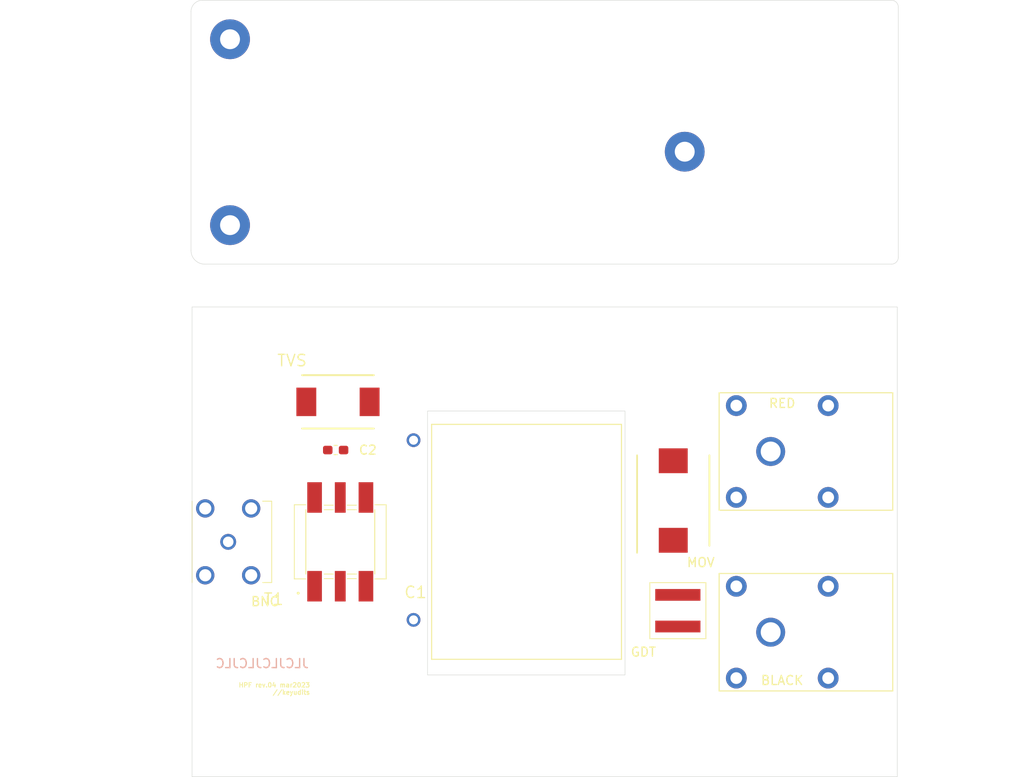
<source format=kicad_pcb>
(kicad_pcb (version 20211014) (generator pcbnew)
  (layers (0 "F.Cu" signal) (31 "B.Cu" signal) (34 "B.Paste" user) (35 "F.Paste" user) (36 "B.SilkS" user "B.Silkscreen") (37 "F.SilkS" user "F.Silkscreen") (38 "B.Mask" user) (39 "F.Mask" user) (44 "Edge.Cuts" user))
  (net 0 "")
  (net 1 "Net-(C1-Pad2)")
  (net 2 "Net-(C1-Pad1)")
  (net 3 "Net-(C2-Pad2)")
  (net 4 "Net-(C2-Pad1)")
  (net 5 "Net-(RV1-Pad1)")
  (net 6 "Net-(T1-Pad5)")
  (net 7 "Net-(T1-Pad2)")
  (net 8 "Net-(J2_BLACK1-Pad1)")
  (footprint "Capacitor_SMD:C_0603_1608Metric_Pad1.05x0.95mm_HandSolder" (layer "F.Cu") (at 122.682 94.742 180)
    (fp_text reference "C2" (at -3.556 0 180) (layer "F.SilkS"))
    (fp_text value "220pF")
    (fp_line (start -0.171267 0.51) (end 0.171267 0.51) (layer "F.SilkS") (width 0.12))
    (fp_line (start -0.171267 -0.51) (end 0.171267 -0.51) (layer "F.SilkS") (width 0.12))
    (pad "1" smd roundrect locked (at -0.875 0 180) (size 1.05 0.95) (layers "F.Cu" "F.Paste" "F.Mask") (net 4 "Net-(C2-Pad1)"))
    (pad "2" smd roundrect locked (at 0.875 0 180) (size 1.05 0.95) (layers "F.Cu" "F.Paste" "F.Mask") (net 3 "Net-(C2-Pad2)"))
  )
  (footprint "ECQ-UBAF4747K_kicad:ECQ-UBAF474K-3_side" (layer "F.Cu") (at 133.296 104.902 180)
    (fp_text reference "C1" (at 1.778 -5.588 180) (layer "F.SilkS") (effects (font (size 1.27 1.27))))
    (fp_text value "ECQ-UBAF474K" hide)
    (fp_line (start 0 13) (end -21 13) (layer "F.SilkS") (width 0.12))
    (fp_line (start 0 -13) (end -21 -13) (layer "F.SilkS") (width 0.12))
    (fp_line (start -21 13) (end -21 -13) (layer "F.SilkS") (width 0.12))
    (fp_line (start 0 13) (end 0 -13) (layer "F.SilkS") (width 0.12))
    (pad "1" thru_hole circle (at 2 11.25 180) (size 1.524 1.524) (drill 1) (layers *.Cu *.Mask) (net 2 "Net-(C1-Pad1)"))
    (pad "2" thru_hole circle (at 2 -8.636 180) (size 1.524 1.524) (drill 1) (layers *.Cu *.Mask) (net 1 "Net-(C1-Pad2)"))
  )
  (footprint "SMCJ5:DIONM7959X262N" (layer "F.Cu") (at 122.936 89.408)
    (fp_text reference "TVS" (at -5.08 -4.572) (layer "F.SilkS") (effects (font (size 1.27 1.27))))
    (fp_text value "SMCJ5.0A" hide)
    (fp_line (start -3.97 2.952) (end 3.97 2.952) (layer "F.SilkS") (width 0.2))
    (fp_line (start 3.97 -2.952) (end -3.97 -2.952) (layer "F.SilkS") (width 0.2))
    (pad "1" smd rect locked (at -3.5 0) (size 2.2 3.15) (layers "F.Cu" "F.Paste" "F.Mask") (net 3 "Net-(C2-Pad2)"))
    (pad "2" smd rect locked (at 3.5 0) (size 2.2 3.15) (layers "F.Cu" "F.Paste" "F.Mask") (net 4 "Net-(C2-Pad1)"))
  )
  (footprint "BNC5-J-P-GN-RA-BH2D_kicad:BNC5JPGNRABH2D" (layer "F.Cu") (at 110.796 104.902 90)
    (fp_text reference "BNC" (at -6.604 4.064) (layer "F.SilkS"))
    (fp_text value "BNC5-J-P-GN-RA-BH2D" hide)
    (fp_line (start 4.5 4.81) (end 4.5 3.81) (layer "F.SilkS") (width 0.1))
    (fp_line (start -4.5 3.81) (end -4.5 4.81) (layer "F.SilkS") (width 0.1))
    (fp_line (start -4.5 -3.99) (end 4.5 -3.99) (layer "F.SilkS") (width 0.1))
    (fp_line (start -4.5 4.81) (end 4.5 4.81) (layer "F.SilkS") (width 0.1))
    (pad "1" thru_hole circle locked (at 0 0 90) (size 1.755 1.755) (drill 1.17) (layers *.Cu *.Mask) (net 3 "Net-(C2-Pad2)"))
    (pad "2" thru_hole circle locked (at -3.7 -2.54 90) (size 2.025 2.025) (drill 1.35) (layers *.Cu *.Mask) (net 4 "Net-(C2-Pad1)"))
    (pad "3" thru_hole circle locked (at -3.7 2.54 90) (size 2.025 2.025) (drill 1.35) (layers *.Cu *.Mask) (net 4 "Net-(C2-Pad1)"))
    (pad "4" thru_hole circle locked (at 3.7 2.54 90) (size 2.025 2.025) (drill 1.35) (layers *.Cu *.Mask) (net 4 "Net-(C2-Pad1)"))
    (pad "5" thru_hole circle locked (at 3.7 -2.54 90) (size 2.025 2.025) (drill 1.35) (layers *.Cu *.Mask) (net 4 "Net-(C2-Pad1)"))
  )
  (footprint "Banana_Jack_Safety_Right_Angle_73099:Banana_Jack_S_RA_73099" (layer "F.Cu") (at 170.796 114.902)
    (fp_text reference "BLACK" (at 1.27 5.334) (layer "F.SilkS"))
    (fp_text value "Conn_01x01")
    (fp_line (start -5.7 -6.5) (end -5.7 6.5) (layer "F.SilkS") (width 0.12))
    (fp_line (start 13.5 -6.5) (end 13.5 6.5) (layer "F.SilkS") (width 0.12))
    (fp_line (start 13.5 -6.5) (end -5.7 -6.5) (layer "F.SilkS") (width 0.12))
    (fp_line (start -5.7 6.5) (end 13.5 6.5) (layer "F.SilkS") (width 0.12))
    (pad "1" thru_hole circle locked (at 0 0) (size 3.2 3.2) (drill 2.2) (layers *.Cu *.Mask) (net 8 "Net-(J2_BLACK1-Pad1)"))
    (pad "2" thru_hole circle locked (at -3.8 5.08) (size 2.3 2.3) (drill 1.3) (layers *.Cu *.Mask))
    (pad "2" thru_hole circle locked (at 6.36 5.08) (size 2.3 2.3) (drill 1.3) (layers *.Cu *.Mask))
    (pad "2" thru_hole circle locked (at 6.36 -5.08) (size 2.3 2.3) (drill 1.3) (layers *.Cu *.Mask))
    (pad "2" thru_hole circle locked (at -3.8 -5.08) (size 2.3 2.3) (drill 1.3) (layers *.Cu *.Mask))
  )
  (footprint "Banana_Jack_Safety_Right_Angle_73099:Banana_Jack_S_RA_73099" (layer "F.Cu") (at 170.796 94.902)
    (fp_text reference "RED" (at 1.27 -5.334) (layer "F.SilkS"))
    (fp_text value "Conn_01x01")
    (fp_line (start 13.5 -6.5) (end -5.7 -6.5) (layer "F.SilkS") (width 0.12))
    (fp_line (start -5.7 6.5) (end 13.5 6.5) (layer "F.SilkS") (width 0.12))
    (fp_line (start -5.7 -6.5) (end -5.7 6.5) (layer "F.SilkS") (width 0.12))
    (fp_line (start 13.5 -6.5) (end 13.5 6.5) (layer "F.SilkS") (width 0.12))
    (pad "1" thru_hole circle locked (at 0 0) (size 3.2 3.2) (drill 2.2) (layers *.Cu *.Mask) (net 2 "Net-(C1-Pad1)"))
    (pad "2" thru_hole circle locked (at 6.36 -5.08) (size 2.3 2.3) (drill 1.3) (layers *.Cu *.Mask))
    (pad "2" thru_hole circle locked (at -3.8 5.08) (size 2.3 2.3) (drill 1.3) (layers *.Cu *.Mask))
    (pad "2" thru_hole circle locked (at 6.36 5.08) (size 2.3 2.3) (drill 1.3) (layers *.Cu *.Mask))
    (pad "2" thru_hole circle locked (at -3.8 -5.08) (size 2.3 2.3) (drill 1.3) (layers *.Cu *.Mask))
  )
  (footprint "VP4032K122R300_kicad:CAPPM10080X500N" (layer "F.Cu") (at 160.02 100.33 90)
    (fp_text reference "MOV" (at -6.858 3.048) (layer "F.SilkS"))
    (fp_text value "VP4032K122R300" hide)
    (fp_line (start -5 4) (end 5 4) (layer "F.SilkS") (width 0.2))
    (fp_line (start 5 -4) (end -5.775 -4) (layer "F.SilkS") (width 0.2))
    (pad "1" smd rect locked (at -4.4 0 90) (size 2.75 3.2) (layers "F.Cu" "F.Paste" "F.Mask") (net 5 "Net-(RV1-Pad1)"))
    (pad "2" smd rect locked (at 4.4 0 90) (size 2.75 3.2) (layers "F.Cu" "F.Paste" "F.Mask") (net 2 "Net-(C1-Pad1)"))
  )
  (footprint "SL1002A600SP_kicad:SL1002A600SP" (layer "F.Cu") (at 160.528 112.522 90)
    (fp_text reference "GDT" (at -4.572 -3.81) (layer "F.SilkS"))
    (fp_text value "SL1002A600SP" hide)
    (fp_line (start -3.1 -3.1) (end 3.1 -3.1) (layer "F.SilkS") (width 0.1))
    (fp_line (start -3.1 3.1) (end -3.1 -3.1) (layer "F.SilkS") (width 0.1))
    (fp_line (start 3.1 3.1) (end -3.1 3.1) (layer "F.SilkS") (width 0.1))
    (fp_line (start 3.1 -3.1) (end 3.1 3.1) (layer "F.SilkS") (width 0.1))
    (pad "1" smd rect locked (at -1.75 0 90) (size 1.3 5) (layers "F.Cu" "F.Paste" "F.Mask") (net 5 "Net-(RV1-Pad1)"))
    (pad "2" smd rect locked (at 1.75 0 90) (size 1.3 5) (layers "F.Cu" "F.Paste" "F.Mask") (net 8 "Net-(J2_BLACK1-Pad1)"))
  )
  (footprint "GT07-110-013-Modifed:GT07110013" (layer "F.Cu") (at 123.19 104.902)
    (fp_text reference "T1" (at -7.366 6.35) (layer "F.SilkS") (effects (font (size 1.27 1.27))))
    (fp_text value "GT07-110-013" hide)
    (fp_line (start 3.81 -3.556) (end 3.81 3.556) (layer "F.SilkS") (width 0.12))
    (fp_line (start 1.778 -4.058) (end 0.762 -4.058) (layer "F.SilkS") (width 0.1))
    (fp_line (start 3.81 -4.1) (end 5.08 -4.1) (layer "F.SilkS") (width 0.1))
    (fp_line (start 1.778 -3.55) (end 0.762 -3.55) (layer "F.SilkS") (width 0.1))
    (fp_line (start 1.778 4.07) (end 0.762 4.07) (layer "F.SilkS") (width 0.1))
    (fp_line (start -5.08 4.1) (end -5.08 -4.1) (layer "F.SilkS") (width 0.1))
    (fp_line (start -4.698 5.676) (end -4.698 5.676) (layer "F.SilkS") (width 0.2))
    (fp_line (start -3.81 -3.556) (end -3.81 3.556) (layer "F.SilkS") (width 0.12))
    (fp_line (start -0.762 -4.058) (end -1.778 -4.058) (layer "F.SilkS") (width 0.1))
    (fp_line (start 5.08 -4.1) (end 5.08 4.1) (layer "F.SilkS") (width 0.1))
    (fp_line (start -4.698 5.676) (end -4.698 5.676) (layer "F.SilkS") (width 0.2))
    (fp_line (start 5.08 4.1) (end 3.81 4.1) (layer "F.SilkS") (width 0.1))
    (fp_line (start -4.598 5.676) (end -4.598 5.676) (layer "F.SilkS") (width 0.2))
    (fp_line (start -0.762 -3.55) (end -1.778 -3.55) (layer "F.SilkS") (width 0.1))
    (fp_line (start -0.762 3.562) (end -1.778 3.562) (layer "F.SilkS") (width 0.1))
    (fp_line (start -5.08 -4.1) (end -3.81 -4.1) (layer "F.SilkS") (width 0.1))
    (fp_line (start -0.762 4.07) (end -1.778 4.07) (layer "F.SilkS") (width 0.1))
    (fp_line (start 1.778 3.562) (end 0.762 3.562) (layer "F.SilkS") (width 0.1))
    (fp_line (start -3.81 4.1) (end -5.08 4.1) (layer "F.SilkS") (width 0.1))
    (fp_arc (start -4.598 5.676) (mid -4.648 5.726) (end -4.698 5.676) (layer "F.SilkS") (width 0.2))
    (fp_arc (start -4.598 5.676) (mid -4.648 5.726) (end -4.698 5.676) (layer "F.SilkS") (width 0.2))
    (fp_arc (start -4.698 5.676) (mid -4.648 5.626) (end -4.598 5.676) (layer "F.SilkS") (width 0.2))
    (pad "1" smd rect locked (at 2.84 -4.91) (size 1.62 3.375) (layers "F.Cu" "F.Paste" "F.Mask") (net 4 "Net-(C2-Pad1)"))
    (pad "2" smd rect locked (at 0 -4.91) (size 1.2 3.375) (layers "F.Cu" "F.Paste" "F.Mask") (net 7 "Net-(T1-Pad2)"))
    (pad "3" smd rect locked (at -2.84 -4.91) (size 1.62 3.375) (layers "F.Cu" "F.Paste" "F.Mask") (net 3 "Net-(C2-Pad2)"))
    (pad "4" smd rect locked (at -2.84 4.91) (size 1.62 3.375) (layers "F.Cu" "F.Paste" "F.Mask") (net 8 "Net-(J2_BLACK1-Pad1)"))
    (pad "5" smd rect locked (at 0 4.91) (size 1.2 3.375) (layers "F.Cu" "F.Paste" "F.Mask") (net 6 "Net-(T1-Pad5)"))
    (pad "6" smd rect locked (at 2.84 4.91) (size 1.62 3.375) (layers "F.Cu" "F.Paste" "F.Mask") (net 1 "Net-(C1-Pad2)"))
  )
  (footprint "MountingHole:MountingHole_2.2mm_M2_Pad" (layer "F.Cu") (at 161.29 61.722)
    (fp_text reference "REF**" hide)
    (fp_text value "MountingHole_2.2mm_M2_Pad")
    (pad "1" thru_hole circle locked (at 0 0) (size 4.4 4.4) (drill 2.2) (layers *.Cu *.Mask))
  )
  (footprint "MountingHole:MountingHole_2.2mm_M2_Pad" (layer "F.Cu") (at 110.998 69.85)
    (fp_text reference "REF**" hide)
    (fp_text value "MountingHole_2.2mm_M2_Pad")
    (pad "1" thru_hole circle locked (at 0 0) (size 4.4 4.4) (drill 2.2) (layers *.Cu *.Mask))
  )
  (footprint "MountingHole:MountingHole_2.2mm_M2_Pad" (layer "F.Cu") (at 110.998 49.276)
    (fp_text reference "REF**" hide)
    (fp_text value "MountingHole_2.2mm_M2_Pad")
    (pad "1" thru_hole circle locked (at 0 0) (size 4.4 4.4) (drill 2.2) (layers *.Cu *.Mask))
  )
  (gr_line (start 107.95 44.958) (end 184.15 44.958) (layer "Edge.Cuts") (width 0.05))
  (gr_line (start 184.912 45.72) (end 184.912 73.406) (layer "Edge.Cuts") (width 0.05))
  (gr_rect (start 132.842 90.424) (end 154.686 119.634) (layer "Edge.Cuts") (width 0.05) (fill none))
  (gr_arc (start 106.68 46.228) (mid 107.051974 45.329974) (end 107.95 44.958) (layer "Edge.Cuts") (width 0.05))
  (gr_line (start 184.15 74.168) (end 108.204 74.168) (layer "Edge.Cuts") (width 0.05))
  (gr_rect locked (start 106.796 78.902) (end 184.796 130.902) (layer "Edge.Cuts") (width 0.05) (fill none))
  (gr_arc (start 184.912 73.406) (mid 184.688815 73.944815) (end 184.15 74.168) (layer "Edge.Cuts") (width 0.05))
  (gr_arc (start 108.204 74.168) (mid 107.126369 73.721631) (end 106.68 72.644) (layer "Edge.Cuts") (width 0.05))
  (gr_arc (start 184.15 44.958) (mid 184.688815 45.181185) (end 184.912 45.72) (layer "Edge.Cuts") (width 0.05))
  (gr_line (start 106.68 46.228) (end 106.68 72.644) (layer "Edge.Cuts") (width 0.05))
  (gr_text "JLCJLCJLCJLC" (at 114.554 118.364) (layer "B.SilkS") (effects (font (size 1 1)) (justify mirror)))
  (gr_text "HPF rev.04 mar2023\n//keyudits" (at 119.888 121.158) (layer "F.SilkS") (effects (font (size 0.5 0.5) (thickness 0.1)) (justify right)))
)
</source>
